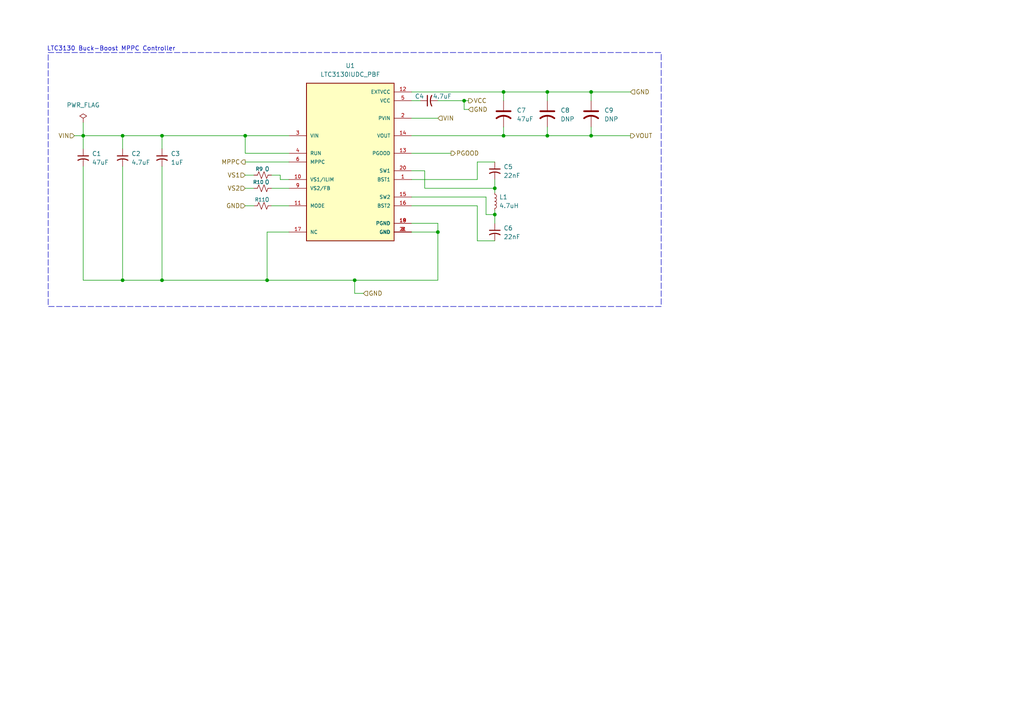
<source format=kicad_sch>
(kicad_sch (version 20250114) (generator "eeschema") (generator_version "9.0")
  (paper "A4")
  (lib_symbols
    (symbol "Device:C_Small_US" (pin_numbers (hide yes)) (pin_names (offset 0.254) (hide yes))
      (property "Reference" "C" (at 0.254 1.778 0))
      (property "Value" "C_Small_US" (at 0.254 -2.032 0))
      (symbol "C_Small_US_0_1"
        (polyline (pts (xy -1.524 0.508) (xy 1.524 0.508)) (stroke (width 0.3048)))
        (arc (start -1.524 -0.762) (mid 0 -0.3734) (end 1.524 -0.762) (stroke (width 0.3048)))
      )
      (symbol "C_Small_US_1_1"
        (pin passive line (at 0 2.54 270) (length 2.032) (name "~") (number "1"))
        (pin passive line (at 0 -2.54 90) (length 2.032) (name "~") (number "2"))
      )
    )
    (symbol "Device:C_US" (pin_numbers (hide yes)) (pin_names (offset 0.254) (hide yes))
      (property "Reference" "C" (at 0.635 2.54 0))
      (property "Value" "C_US" (at 0.635 -2.54 0))
      (symbol "C_US_0_1"
        (polyline (pts (xy -2.032 0.762) (xy 2.032 0.762)) (stroke (width 0.508)))
        (arc (start -2.032 -1.27) (mid 0 -0.5572) (end 2.032 -1.27) (stroke (width 0.508)))
      )
      (symbol "C_US_1_1"
        (pin passive line (at 0 3.81 270) (length 2.794) (name "~") (number "1"))
        (pin passive line (at 0 -3.81 90) (length 3.302) (name "~") (number "2"))
      )
    )
    (symbol "Device:L_Small" (pin_numbers (hide yes)) (pin_names (offset 0.254) (hide yes))
      (property "Reference" "L" (at 0.762 1.016 0))
      (property "Value" "L_Small" (at 0.762 -1.016 0))
      (symbol "L_Small_0_1"
        (arc (start 0 2.032) (mid 0.5058 1.524) (end 0 1.016))
        (arc (start 0 1.016) (mid 0.5058 0.508) (end 0 0))
        (arc (start 0 0) (mid 0.5058 -0.508) (end 0 -1.016))
        (arc (start 0 -1.016) (mid 0.5058 -1.524) (end 0 -2.032))
      )
      (symbol "L_Small_1_1"
        (pin passive line (at 0 2.54 270) (length 0.508) (name "~") (number "1"))
        (pin passive line (at 0 -2.54 90) (length 0.508) (name "~") (number "2"))
      )
    )
    (symbol "Device:R_Small_US" (pin_numbers (hide yes)) (pin_names (offset 0.254) (hide yes))
      (property "Reference" "R" (at 0.762 0.508 0))
      (property "Value" "R_Small_US" (at 0.762 -1.016 0))
      (symbol "R_Small_US_1_1"
        (polyline (pts (xy 0 1.524) (xy 1.016 1.143) (xy 0 0.762) (xy -1.016 0.381) (xy 0 0)))
        (polyline (pts (xy 0 0) (xy 1.016 -0.381) (xy 0 -0.762) (xy -1.016 -1.143) (xy 0 -1.524)))
        (pin passive line (at 0 2.54 270) (length 1.016) (name "~") (number "1"))
        (pin passive line (at 0 -2.54 90) (length 1.016) (name "~") (number "2"))
      )
    )
    (symbol "LTC3130IUDC_PBF:LTC3130IUDC_PBF" (pin_names (offset 1.016))
      (property "Reference" "U" (at -12.7 23.622 0))
      (property "Value" "LTC3130IUDC_PBF" (at -12.7 -25.4 0))
      (symbol "LTC3130IUDC_PBF_0_0"
        (rectangle (start -12.7 22.86) (end 12.7 -22.86) (stroke (width 0.254)) (fill (type background)))
        (pin power_in line (at -17.78 7.62 0) (length 5.08) (name "VIN") (number "3"))
        (pin input line (at -17.78 2.54 0) (length 5.08) (name "RUN") (number "4"))
        (pin input line (at -17.78 0 0) (length 5.08) (name "MPPC") (number "6"))
        (pin input line (at -17.78 -5.08 0) (length 5.08) (name "VS1/ILIM") (number "10"))
        (pin input line (at -17.78 -7.62 0) (length 5.08) (name "VS2/FB") (number "9"))
        (pin input line (at -17.78 -12.7 0) (length 5.08) (name "MODE") (number "11"))
        (pin passive line (at -17.78 -20.32 0) (length 5.08) (name "NC") (number "17"))
        (pin power_out line (at 17.78 20.32 180) (length 5.08) (name "EXTVCC") (number "12"))
        (pin power_out line (at 17.78 17.78 180) (length 5.08) (name "VCC") (number "5"))
        (pin power_in line (at 17.78 12.7 180) (length 5.08) (name "PVIN") (number "2"))
        (pin power_out line (at 17.78 7.62 180) (length 5.08) (name "VOUT") (number "14"))
        (pin output line (at 17.78 2.54 180) (length 5.08) (name "PGOOD") (number "13"))
        (pin passive line (at 17.78 -2.54 180) (length 5.08) (name "SW1") (number "20"))
        (pin passive line (at 17.78 -5.08 180) (length 5.08) (name "BST1") (number "1"))
        (pin passive line (at 17.78 -10.16 180) (length 5.08) (name "SW2") (number "15"))
        (pin passive line (at 17.78 -12.7 180) (length 5.08) (name "BST2") (number "16"))
        (pin power_in line (at 17.78 -17.78 180) (length 5.08) (name "PGND") (number "18"))
        (pin power_in line (at 17.78 -17.78 180) (length 5.08) (name "PGND") (number "19"))
        (pin power_in line (at 17.78 -20.32 180) (length 5.08) (name "GND") (number "21"))
        (pin power_in line (at 17.78 -20.32 180) (length 5.08) (name "GND") (number "7"))
        (pin power_in line (at 17.78 -20.32 180) (length 5.08) (name "GND") (number "8"))
      )
    )
    (symbol "power:PWR_FLAG" (power) (pin_numbers (hide yes)) (pin_names (offset 0) (hide yes))
      (property "Value" "PWR_FLAG" (at 0 3.81 0))
      (symbol "PWR_FLAG_0_0"
        (pin power_out line (at 0 0 90) (length 0) (name "~") (number "1"))
      )
      (symbol "PWR_FLAG_0_1"
        (polyline (pts (xy 0 0) (xy 0 1.27) (xy -1.016 1.905) (xy 0 2.54) (xy 1.016 1.905) (xy 0 1.27)))
      )
    )
  )
  (rectangle (start 13.97 15.24) (end 191.77 88.9) (stroke (width 0) (type dash)))
  (text "LTC3130 Buck-Boost MPPC Controller" (at 32.258 14.224 0) (effects (font (size 1.27 1.27))))
  (junction (at 35.56 81.28))
  (junction (at 102.87 81.28))
  (junction (at 46.99 39.37))
  (junction (at 143.51 54.61))
  (junction (at 134.62 29.21))
  (junction (at 158.75 39.37))
  (junction (at 24.13 39.37))
  (junction (at 143.51 62.23))
  (junction (at 35.56 39.37))
  (junction (at 71.12 39.37))
  (junction (at 158.75 26.67))
  (junction (at 146.05 26.67))
  (junction (at 146.05 39.37))
  (junction (at 171.45 26.67))
  (junction (at 77.47 81.28))
  (junction (at 127 67.31))
  (junction (at 46.99 81.28))
  (junction (at 171.45 39.37))
  (wire (pts (xy 21.59 39.37) (xy 24.13 39.37)))
  (wire (pts (xy 119.38 34.29) (xy 127 34.29)))
  (wire (pts (xy 119.38 64.77) (xy 127 64.77)))
  (wire (pts (xy 71.12 44.45) (xy 71.12 39.37)))
  (wire (pts (xy 143.51 62.23) (xy 143.51 60.96)))
  (wire (pts (xy 123.19 49.53) (xy 119.38 49.53)))
  (wire (pts (xy 158.75 36.83) (xy 158.75 39.37)))
  (wire (pts (xy 158.75 26.67) (xy 171.45 26.67)))
  (wire (pts (xy 143.51 54.61) (xy 123.19 54.61)))
  (wire (pts (xy 102.87 81.28) (xy 102.87 85.09)))
  (wire (pts (xy 146.05 36.83) (xy 146.05 39.37)))
  (wire (pts (xy 24.13 39.37) (xy 35.56 39.37)))
  (wire (pts (xy 81.28 52.07) (xy 83.82 52.07)))
  (wire (pts (xy 158.75 39.37) (xy 171.45 39.37)))
  (wire (pts (xy 171.45 39.37) (xy 182.88 39.37)))
  (wire (pts (xy 171.45 36.83) (xy 171.45 39.37)))
  (wire (pts (xy 158.75 26.67) (xy 158.75 29.21)))
  (wire (pts (xy 119.38 44.45) (xy 130.81 44.45)))
  (wire (pts (xy 24.13 35.56) (xy 24.13 39.37)))
  (wire (pts (xy 46.99 39.37) (xy 71.12 39.37)))
  (wire (pts (xy 140.97 57.15) (xy 119.38 57.15)))
  (wire (pts (xy 102.87 85.09) (xy 105.41 85.09)))
  (wire (pts (xy 138.43 59.69) (xy 138.43 69.85)))
  (wire (pts (xy 78.74 54.61) (xy 83.82 54.61)))
  (wire (pts (xy 171.45 26.67) (xy 182.88 26.67)))
  (wire (pts (xy 119.38 39.37) (xy 146.05 39.37)))
  (wire (pts (xy 127 29.21) (xy 134.62 29.21)))
  (wire (pts (xy 119.38 59.69) (xy 138.43 59.69)))
  (wire (pts (xy 24.13 81.28) (xy 35.56 81.28)))
  (wire (pts (xy 35.56 39.37) (xy 35.56 43.18)))
  (wire (pts (xy 119.38 67.31) (xy 127 67.31)))
  (wire (pts (xy 123.19 54.61) (xy 123.19 49.53)))
  (wire (pts (xy 143.51 54.61) (xy 143.51 55.88)))
  (wire (pts (xy 24.13 48.26) (xy 24.13 81.28)))
  (wire (pts (xy 35.56 48.26) (xy 35.56 81.28)))
  (wire (pts (xy 81.28 50.8) (xy 81.28 52.07)))
  (wire (pts (xy 146.05 26.67) (xy 146.05 29.21)))
  (wire (pts (xy 35.56 81.28) (xy 46.99 81.28)))
  (wire (pts (xy 71.12 39.37) (xy 83.82 39.37)))
  (wire (pts (xy 138.43 69.85) (xy 143.51 69.85)))
  (wire (pts (xy 138.43 52.07) (xy 138.43 46.99)))
  (wire (pts (xy 171.45 26.67) (xy 171.45 29.21)))
  (wire (pts (xy 127 81.28) (xy 102.87 81.28)))
  (wire (pts (xy 143.51 52.07) (xy 143.51 54.61)))
  (wire (pts (xy 127 81.28) (xy 127 67.31)))
  (wire (pts (xy 119.38 26.67) (xy 146.05 26.67)))
  (wire (pts (xy 35.56 39.37) (xy 46.99 39.37)))
  (wire (pts (xy 46.99 39.37) (xy 46.99 43.18)))
  (wire (pts (xy 24.13 39.37) (xy 24.13 43.18)))
  (wire (pts (xy 71.12 59.69) (xy 73.66 59.69)))
  (wire (pts (xy 83.82 67.31) (xy 77.47 67.31)))
  (wire (pts (xy 119.38 29.21) (xy 121.92 29.21)))
  (wire (pts (xy 146.05 39.37) (xy 158.75 39.37)))
  (wire (pts (xy 77.47 67.31) (xy 77.47 81.28)))
  (wire (pts (xy 143.51 62.23) (xy 140.97 62.23)))
  (wire (pts (xy 78.74 50.8) (xy 81.28 50.8)))
  (wire (pts (xy 78.74 59.69) (xy 83.82 59.69)))
  (wire (pts (xy 46.99 81.28) (xy 77.47 81.28)))
  (wire (pts (xy 71.12 50.8) (xy 73.66 50.8)))
  (wire (pts (xy 71.12 54.61) (xy 73.66 54.61)))
  (wire (pts (xy 71.12 46.99) (xy 83.82 46.99)))
  (wire (pts (xy 143.51 62.23) (xy 143.51 64.77)))
  (wire (pts (xy 46.99 48.26) (xy 46.99 81.28)))
  (wire (pts (xy 140.97 62.23) (xy 140.97 57.15)))
  (wire (pts (xy 138.43 46.99) (xy 143.51 46.99)))
  (wire (pts (xy 119.38 52.07) (xy 138.43 52.07)))
  (wire (pts (xy 83.82 44.45) (xy 71.12 44.45)))
  (wire (pts (xy 127 64.77) (xy 127 67.31)))
  (wire (pts (xy 77.47 81.28) (xy 102.87 81.28)))
  (wire (pts (xy 134.62 29.21) (xy 134.62 31.75)))
  (wire (pts (xy 146.05 26.67) (xy 158.75 26.67)))
  (wire (pts (xy 134.62 31.75) (xy 135.89 31.75)))
  (wire (pts (xy 134.62 29.21) (xy 135.89 29.21)))
  (hierarchical_label "VS2" (shape input) (at 71.12 54.61 180))
  (hierarchical_label "GND" (shape input) (at 135.89 31.75 0))
  (hierarchical_label "VIN" (shape input) (at 127 34.29 0))
  (hierarchical_label "VOUT" (shape output) (at 182.88 39.37 0))
  (hierarchical_label "PGOOD" (shape output) (at 130.81 44.45 0))
  (hierarchical_label "VS1" (shape input) (at 71.12 50.8 180))
  (hierarchical_label "GND" (shape input) (at 182.88 26.67 0))
  (hierarchical_label "VCC" (shape output) (at 135.89 29.21 0))
  (hierarchical_label "VIN" (shape input) (at 21.59 39.37 180))
  (hierarchical_label "GND" (shape input) (at 105.41 85.09 0))
  (hierarchical_label "MPPC" (shape output) (at 71.12 46.99 180))
  (hierarchical_label "GND" (shape input) (at 71.12 59.69 180))
  (symbol (lib_id "Device:C_Small_US") (at 143.51 67.31 0) (unit 1)
    (property "Reference" "C6" (at 146.05 66.1669 0) (effects (justify left)))
    (property "Value" "22nF" (at 146.05 68.7069 0) (effects (justify left)))
    (property "Description" "capacitor, small US symbol" (effects (hide yes)))
  )
  (symbol (lib_id "Device:C_Small_US") (at 46.99 45.72 0) (unit 1)
    (property "Reference" "C3" (at 49.53 44.5769 0) (effects (justify left)))
    (property "Value" "1uF" (at 49.53 47.1169 0) (effects (justify left)))
    (property "Description" "capacitor, small US symbol" (effects (hide yes)))
  )
  (symbol (lib_id "Device:C_US") (at 146.05 33.02 0) (unit 1)
    (property "Reference" "C7" (at 149.86 32.0039 0) (effects (justify left)))
    (property "Value" "47uF" (at 149.86 34.5439 0) (effects (justify left)))
    (property "Description" "capacitor, US symbol" (effects (hide yes)))
  )
  (symbol (lib_id "Device:C_US") (at 158.75 33.02 0) (unit 1)
    (property "Reference" "C8" (at 162.56 32.0039 0) (effects (justify left)))
    (property "Value" "DNP" (at 162.56 34.5439 0) (effects (justify left)))
    (property "Description" "capacitor, US symbol" (effects (hide yes)))
  )
  (symbol (lib_id "Device:C_Small_US") (at 24.13 45.72 0) (unit 1)
    (property "Reference" "C1" (at 26.67 44.5769 0) (effects (justify left)))
    (property "Value" "47uF" (at 26.67 47.1169 0) (effects (justify left)))
    (property "Description" "capacitor, small US symbol" (effects (hide yes)))
  )
  (symbol (lib_id "Device:C_US") (at 171.45 33.02 0) (unit 1)
    (property "Reference" "C9" (at 175.26 32.0039 0) (effects (justify left)))
    (property "Value" "DNP" (at 175.26 34.5439 0) (effects (justify left)))
    (property "Description" "capacitor, US symbol" (effects (hide yes)))
  )
  (symbol (lib_id "LTC3130IUDC_PBF:LTC3130IUDC_PBF") (at 101.6 46.99 0) (unit 1)
    (property "Reference" "U1" (at 101.6 19.05 0))
    (property "Value" "LTC3130IUDC_PBF" (at 101.6 21.59 0))
    (property "Footprint" "LTC3130IUDC_PBF:QFN50P400X300X80-21N" (effects (hide yes)))
    (property "MF" "Analog Devices" (effects (hide yes)))
    (property "MAXIMUM_PACKAGE_HEIGHT" "0.8mm" (effects (hide yes)))
    (property "Package" "WFQFN-20 Analog Devices" (effects (hide yes)))
    (property "Price" "None" (effects (hide yes)))
    (property "Check_prices" "https://www.snapeda.com/parts/LTC3130IUDC%23PBF/Analog+Devices/view-part/?ref=eda" (effects (hide yes)))
    (property "STANDARD" "IPC-7351B" (effects (hide yes)))
    (property "PARTREV" "4/8/16" (effects (hide yes)))
    (property "SnapEDA_Link" "https://www.snapeda.com/parts/LTC3130IUDC%23PBF/Analog+Devices/view-part/?ref=snap" (effects (hide yes)))
    (property "MP" "LTC3130IUDC#PBF" (effects (hide yes)))
    (property "Description_1" "Buck-Boost Switching Regulator IC Positive Adjustable 1V 1 Output 600mA 20-WFQFN Exposed Pad" (effects (hide yes)))
    (property "Availability" "In Stock" (effects (hide yes)))
    (property "MANUFACTURER" "Analog Devices" (effects (hide yes)))
  )
  (symbol (lib_id "Device:R_Small_US") (at 76.2 54.61 90) (unit 1)
    (property "Reference" "R10" (at 74.93 52.832 90) (effects (font (size 1.016 1.016))))
    (property "Value" "0" (at 77.47 52.832 90))
    (property "Description" "Resistor, small US symbol" (effects (hide yes)))
  )
  (symbol (lib_id "Device:C_Small_US") (at 35.56 45.72 0) (unit 1)
    (property "Reference" "C2" (at 38.1 44.5769 0) (effects (justify left)))
    (property "Value" "4.7uF" (at 38.1 47.1169 0) (effects (justify left)))
    (property "Description" "capacitor, small US symbol" (effects (hide yes)))
  )
  (symbol (lib_id "Device:R_Small_US") (at 76.2 59.69 90) (unit 1)
    (property "Reference" "R11" (at 75.438 57.912 90) (effects (font (size 1.016 1.016))))
    (property "Value" "0" (at 77.47 57.912 90))
    (property "Description" "Resistor, small US symbol" (effects (hide yes)))
  )
  (symbol (lib_id "power:PWR_FLAG") (at 24.13 35.56 0) (unit 1)
    (property "Reference" "#FLG01" (effects (hide yes)))
    (property "Value" "PWR_FLAG" (at 24.13 30.48 0))
    (property "Description" "Special symbol for telling ERC where power comes from" (effects (hide yes)))
  )
  (symbol (lib_id "Device:R_Small_US") (at 76.2 50.8 90) (unit 1)
    (property "Reference" "R9" (at 75.184 49.022 90) (effects (font (size 1.016 1.016))))
    (property "Value" "0" (at 77.47 49.022 90))
    (property "Description" "Resistor, small US symbol" (effects (hide yes)))
  )
  (symbol (lib_id "Device:C_Small_US") (at 143.51 49.53 0) (unit 1)
    (property "Reference" "C5" (at 146.05 48.3869 0) (effects (justify left)))
    (property "Value" "22nF" (at 146.05 50.9269 0) (effects (justify left)))
    (property "Description" "capacitor, small US symbol" (effects (hide yes)))
  )
  (symbol (lib_id "Device:C_Small_US") (at 124.46 29.21 90) (unit 1)
    (property "Reference" "C4" (at 121.666 27.94 90))
    (property "Value" "4.7uF" (at 128.27 27.94 90))
    (property "Description" "capacitor, small US symbol" (effects (hide yes)))
  )
  (symbol (lib_id "Device:L_Small") (at 143.51 58.42 0) (unit 1)
    (property "Reference" "L1" (at 144.78 57.1499 0) (effects (justify left)))
    (property "Value" "4.7uH" (at 144.78 59.6899 0) (effects (justify left)))
    (property "Description" "Inductor, small symbol" (effects (hide yes)))
  )
)
</source>
